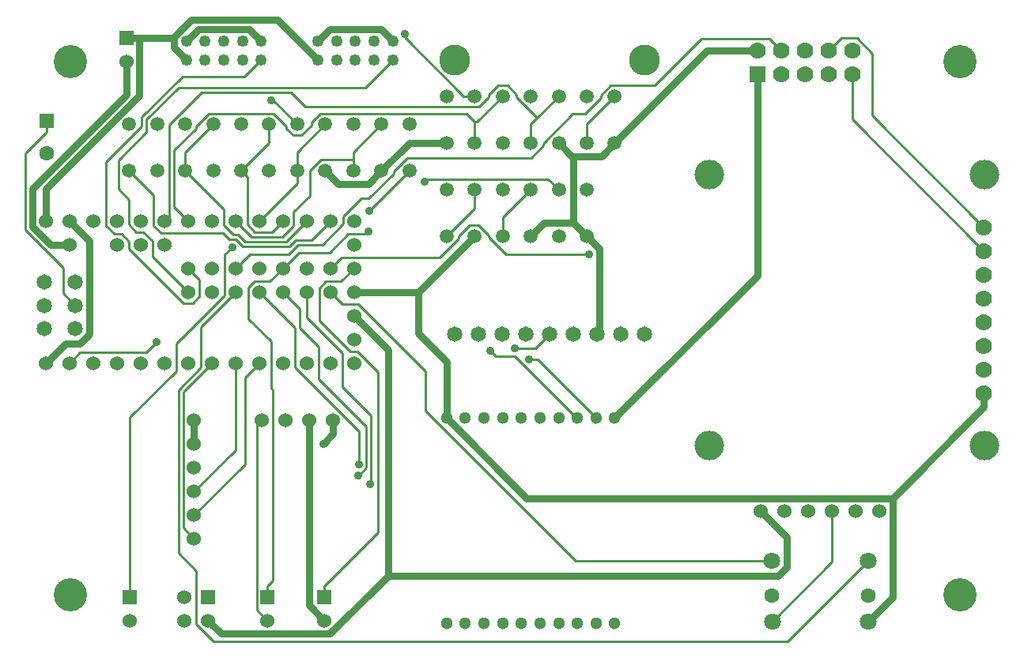
<source format=gbl>
G04 (created by PCBNEW (2013-jul-07)-stable) date Wed 25 Feb 2015 12:47:53 PM PST*
%MOIN*%
G04 Gerber Fmt 3.4, Leading zero omitted, Abs format*
%FSLAX34Y34*%
G01*
G70*
G90*
G04 APERTURE LIST*
%ADD10C,0.00590551*%
%ADD11C,0.0511811*%
%ADD12C,0.06*%
%ADD13R,0.06X0.06*%
%ADD14C,0.0629921*%
%ADD15C,0.0708661*%
%ADD16C,0.065*%
%ADD17C,0.13*%
%ADD18C,0.07*%
%ADD19C,0.125*%
%ADD20R,0.063X0.063*%
%ADD21C,0.063*%
%ADD22C,0.14*%
%ADD23R,0.07X0.07*%
%ADD24C,0.0492126*%
%ADD25C,0.0590551*%
%ADD26C,0.035*%
%ADD27C,0.03*%
%ADD28C,0.01*%
G04 APERTURE END LIST*
G54D10*
G54D11*
X35433Y-27559D03*
X34645Y-27559D03*
X33858Y-27559D03*
X33070Y-27559D03*
X32283Y-27559D03*
X31496Y-27559D03*
X30708Y-27559D03*
X29921Y-27559D03*
X29133Y-27559D03*
X28346Y-27559D03*
X28346Y-36220D03*
X29133Y-36220D03*
X29921Y-36220D03*
X30708Y-36220D03*
X31496Y-36220D03*
X32283Y-36220D03*
X33070Y-36220D03*
X33858Y-36220D03*
X34645Y-36220D03*
X35433Y-36220D03*
G54D12*
X41594Y-31496D03*
X42594Y-31496D03*
X43594Y-31496D03*
X44594Y-31496D03*
X45594Y-31496D03*
X46594Y-31496D03*
X20550Y-27650D03*
X21550Y-27650D03*
X22550Y-27650D03*
X23550Y-27650D03*
G54D13*
X18300Y-35100D03*
G54D12*
X18300Y-36100D03*
X17300Y-35100D03*
X17300Y-36100D03*
G54D13*
X23200Y-35100D03*
G54D12*
X23200Y-36100D03*
G54D13*
X14850Y-11500D03*
G54D12*
X14850Y-12500D03*
G54D13*
X20800Y-35100D03*
G54D12*
X20800Y-36100D03*
X17700Y-27650D03*
X17700Y-28650D03*
X17700Y-29650D03*
X17700Y-30650D03*
X17700Y-31650D03*
X17700Y-32650D03*
G54D14*
X42066Y-35039D03*
X46122Y-35039D03*
G54D15*
X42066Y-33582D03*
X42070Y-36141D03*
X46122Y-33582D03*
X46122Y-36141D03*
G54D16*
X12700Y-23780D03*
X12700Y-22800D03*
X12700Y-21820D03*
X11400Y-21820D03*
X11400Y-22800D03*
X11400Y-23780D03*
X28677Y-24015D03*
X29677Y-24015D03*
X30677Y-24015D03*
X31677Y-24015D03*
X32677Y-24015D03*
X33677Y-24015D03*
X34677Y-24015D03*
X35677Y-24015D03*
G54D17*
X28677Y-12455D03*
X36677Y-12455D03*
G54D16*
X36677Y-24015D03*
G54D18*
X51000Y-19500D03*
X51000Y-20500D03*
X51000Y-21500D03*
X51000Y-22500D03*
X51000Y-23500D03*
X51000Y-24500D03*
X51000Y-25500D03*
X51000Y-26500D03*
G54D19*
X51030Y-17290D03*
X51030Y-28710D03*
X39410Y-17290D03*
X39410Y-28710D03*
G54D20*
X11500Y-15011D03*
G54D21*
X11500Y-16389D03*
G54D22*
X50000Y-35000D03*
X50000Y-12500D03*
X12500Y-35000D03*
X12500Y-12500D03*
G54D13*
X15000Y-35100D03*
G54D12*
X15000Y-36100D03*
G54D23*
X41450Y-13050D03*
G54D18*
X41450Y-12050D03*
X42450Y-13050D03*
X42450Y-12050D03*
X43450Y-13050D03*
X43450Y-12050D03*
X44450Y-13050D03*
X44450Y-12050D03*
X45450Y-13050D03*
X45450Y-12050D03*
G54D12*
X11450Y-25250D03*
X12450Y-25250D03*
X13450Y-25250D03*
X14450Y-25250D03*
X15450Y-25250D03*
X16450Y-25250D03*
X17450Y-25250D03*
X18450Y-25250D03*
X19450Y-25250D03*
X20450Y-25250D03*
X21450Y-25250D03*
X22450Y-25250D03*
X23450Y-25250D03*
X24450Y-25250D03*
X24450Y-24250D03*
X24450Y-23250D03*
X24450Y-22250D03*
X24450Y-21250D03*
X24450Y-20250D03*
X24450Y-19250D03*
X23450Y-19250D03*
X22450Y-19250D03*
X21450Y-19250D03*
X20450Y-19250D03*
X19450Y-19250D03*
X18450Y-19250D03*
X17450Y-19250D03*
X16450Y-19250D03*
X15450Y-19250D03*
X14450Y-19250D03*
X13450Y-19250D03*
X12450Y-19250D03*
X11450Y-19250D03*
X17450Y-22250D03*
X18450Y-22250D03*
X19450Y-22250D03*
X20450Y-22250D03*
X21450Y-22250D03*
X22450Y-22250D03*
X23450Y-22250D03*
X23450Y-21250D03*
X22450Y-21250D03*
X21450Y-21250D03*
X20450Y-21250D03*
X19450Y-21250D03*
X18450Y-21250D03*
X17450Y-21250D03*
X16450Y-20250D03*
X15450Y-20250D03*
X14450Y-20250D03*
X12450Y-20250D03*
G54D24*
X17375Y-12443D03*
X17375Y-11656D03*
X18162Y-12443D03*
X18162Y-11656D03*
X18950Y-12443D03*
X18950Y-11656D03*
X19737Y-12443D03*
X19737Y-11656D03*
X20524Y-12443D03*
X20524Y-11656D03*
X22925Y-12443D03*
X22925Y-11656D03*
X23712Y-12443D03*
X23712Y-11656D03*
X24500Y-12443D03*
X24500Y-11656D03*
X25287Y-12443D03*
X25287Y-11656D03*
X26074Y-12443D03*
X26074Y-11656D03*
G54D25*
X16141Y-15157D03*
X16141Y-17125D03*
X17322Y-15157D03*
X17322Y-17125D03*
X18503Y-15157D03*
X18503Y-17125D03*
X19685Y-15157D03*
X19685Y-17125D03*
X20866Y-15157D03*
X20866Y-17125D03*
X22047Y-15157D03*
X22047Y-17125D03*
X23228Y-15157D03*
X23228Y-17125D03*
X24409Y-15157D03*
X24409Y-17125D03*
X25590Y-15157D03*
X25590Y-17125D03*
X26771Y-15157D03*
X26771Y-17125D03*
X28346Y-13976D03*
X28346Y-15944D03*
X14960Y-15157D03*
X14960Y-17125D03*
X30708Y-13976D03*
X30708Y-15944D03*
X31889Y-13976D03*
X31889Y-15944D03*
X33070Y-13976D03*
X33070Y-15944D03*
X34251Y-13976D03*
X34251Y-15944D03*
X35433Y-13976D03*
X35433Y-15944D03*
X28346Y-17913D03*
X28346Y-19881D03*
X29527Y-17913D03*
X29527Y-19881D03*
X30708Y-17913D03*
X30708Y-19881D03*
X31889Y-17913D03*
X31889Y-19881D03*
X33070Y-17913D03*
X33070Y-19881D03*
X34251Y-17913D03*
X34251Y-19881D03*
X29527Y-13976D03*
X29527Y-15944D03*
G54D26*
X23142Y-28636D03*
X19318Y-20338D03*
X20964Y-14140D03*
X25086Y-18811D03*
X27424Y-17597D03*
X25049Y-19695D03*
X16115Y-24364D03*
X31231Y-24621D03*
X25133Y-30336D03*
X24604Y-29977D03*
X24639Y-29526D03*
X34346Y-20664D03*
X26583Y-11354D03*
X30201Y-24724D03*
X31830Y-25090D03*
G54D27*
X41450Y-13050D02*
X41450Y-13650D01*
X41450Y-21542D02*
X41450Y-13650D01*
X35433Y-27559D02*
X41450Y-21542D01*
X23550Y-28229D02*
X23550Y-27650D01*
X23142Y-28636D02*
X23550Y-28229D01*
G54D28*
X20349Y-27850D02*
X20550Y-27650D01*
X20349Y-35649D02*
X20349Y-27850D01*
X20800Y-36100D02*
X20349Y-35649D01*
G54D27*
X25892Y-24692D02*
X24450Y-23250D01*
X25892Y-34203D02*
X25892Y-24692D01*
X23432Y-36662D02*
X25892Y-34203D01*
X18862Y-36662D02*
X23432Y-36662D01*
X18300Y-36100D02*
X18862Y-36662D01*
X42689Y-32590D02*
X41594Y-31496D01*
X42689Y-33839D02*
X42689Y-32590D01*
X42325Y-34203D02*
X42689Y-33839D01*
X25892Y-34203D02*
X42325Y-34203D01*
X14850Y-11500D02*
X15400Y-11500D01*
X16856Y-11500D02*
X15400Y-11500D01*
X16856Y-11924D02*
X16856Y-11500D01*
X17375Y-12443D02*
X16856Y-11924D01*
X21215Y-10734D02*
X22925Y-12443D01*
X17591Y-10734D02*
X21215Y-10734D01*
X16856Y-11469D02*
X17591Y-10734D01*
X16856Y-11500D02*
X16856Y-11469D01*
X15400Y-13946D02*
X15400Y-11500D01*
X11450Y-17896D02*
X15400Y-13946D01*
X11450Y-19250D02*
X11450Y-17896D01*
G54D28*
X15000Y-27523D02*
X15000Y-35100D01*
X16950Y-25573D02*
X15000Y-27523D01*
X16950Y-24420D02*
X16950Y-25573D01*
X18999Y-22370D02*
X16950Y-24420D01*
X18999Y-20657D02*
X18999Y-22370D01*
X19318Y-20338D02*
X18999Y-20657D01*
X17322Y-16338D02*
X17322Y-17125D01*
X18503Y-15157D02*
X17322Y-16338D01*
X18950Y-18753D02*
X17322Y-17125D01*
X18950Y-19408D02*
X18950Y-18753D01*
X19355Y-19813D02*
X18950Y-19408D01*
X19536Y-19813D02*
X19355Y-19813D01*
X19843Y-20121D02*
X19536Y-19813D01*
X21578Y-20121D02*
X19843Y-20121D01*
X22450Y-19250D02*
X21578Y-20121D01*
X21029Y-14140D02*
X20964Y-14140D01*
X22047Y-15157D02*
X21029Y-14140D01*
X22047Y-17652D02*
X20450Y-19250D01*
X22047Y-17125D02*
X22047Y-17652D01*
X22047Y-16338D02*
X22047Y-17125D01*
X23228Y-15157D02*
X22047Y-16338D01*
X26771Y-17125D02*
X25086Y-18811D01*
X33070Y-13976D02*
X32156Y-14890D01*
X31889Y-15157D02*
X31889Y-15944D01*
X32156Y-14890D02*
X31889Y-15157D01*
X31299Y-14033D02*
X32156Y-14890D01*
X31299Y-13905D02*
X31299Y-14033D01*
X30915Y-13521D02*
X31299Y-13905D01*
X30530Y-13521D02*
X30915Y-13521D01*
X30118Y-13933D02*
X30530Y-13521D01*
X30118Y-14022D02*
X30118Y-13933D01*
X29716Y-14424D02*
X30118Y-14022D01*
X22400Y-14424D02*
X29716Y-14424D01*
X21786Y-13810D02*
X22400Y-14424D01*
X18033Y-13810D02*
X21786Y-13810D01*
X16644Y-15199D02*
X18033Y-13810D01*
X16644Y-19055D02*
X16644Y-15199D01*
X16450Y-19250D02*
X16644Y-19055D01*
X29527Y-18700D02*
X29527Y-17913D01*
X28346Y-19881D02*
X29527Y-18700D01*
X27553Y-17467D02*
X27424Y-17597D01*
X32625Y-17467D02*
X27553Y-17467D01*
X33070Y-17913D02*
X32625Y-17467D01*
X20800Y-35100D02*
X20800Y-34649D01*
X20900Y-21799D02*
X21450Y-21250D01*
X20263Y-21799D02*
X20900Y-21799D01*
X19997Y-22066D02*
X20263Y-21799D01*
X19997Y-23380D02*
X19997Y-22066D01*
X20950Y-24333D02*
X19997Y-23380D01*
X20950Y-26299D02*
X20950Y-24333D01*
X21025Y-26374D02*
X20950Y-26299D01*
X21025Y-34424D02*
X21025Y-26374D01*
X20800Y-34649D02*
X21025Y-34424D01*
X24945Y-19799D02*
X25049Y-19695D01*
X24200Y-19799D02*
X24945Y-19799D01*
X23402Y-20597D02*
X24200Y-19799D01*
X22102Y-20597D02*
X23402Y-20597D01*
X21450Y-21250D02*
X22102Y-20597D01*
X20041Y-20658D02*
X19450Y-21250D01*
X21678Y-20658D02*
X20041Y-20658D01*
X22078Y-20258D02*
X21678Y-20658D01*
X23106Y-20258D02*
X22078Y-20258D01*
X23999Y-19365D02*
X23106Y-20258D01*
X23999Y-19038D02*
X23999Y-19365D01*
X24738Y-18299D02*
X23999Y-19038D01*
X25058Y-18299D02*
X24738Y-18299D01*
X26110Y-17247D02*
X25058Y-18299D01*
X26110Y-17139D02*
X26110Y-17247D01*
X26680Y-16568D02*
X26110Y-17139D01*
X31907Y-16568D02*
X26680Y-16568D01*
X32409Y-16066D02*
X31907Y-16568D01*
X32409Y-15967D02*
X32409Y-16066D01*
X33661Y-14715D02*
X32409Y-15967D01*
X34170Y-14715D02*
X33661Y-14715D01*
X34842Y-14043D02*
X34170Y-14715D01*
X34842Y-13937D02*
X34842Y-14043D01*
X35263Y-13515D02*
X34842Y-13937D01*
X37109Y-13515D02*
X35263Y-13515D01*
X39076Y-11548D02*
X37109Y-13515D01*
X41948Y-11548D02*
X39076Y-11548D01*
X42450Y-12050D02*
X41948Y-11548D01*
X15680Y-24799D02*
X16115Y-24364D01*
X12900Y-24799D02*
X15680Y-24799D01*
X12450Y-25250D02*
X12900Y-24799D01*
X32071Y-24621D02*
X32677Y-24015D01*
X31231Y-24621D02*
X32071Y-24621D01*
X33792Y-33582D02*
X42066Y-33582D01*
X27461Y-27252D02*
X33792Y-33582D01*
X27461Y-25587D02*
X27461Y-27252D01*
X24624Y-22750D02*
X27461Y-25587D01*
X23950Y-22750D02*
X24624Y-22750D01*
X23450Y-22250D02*
X23950Y-22750D01*
X25164Y-30305D02*
X25133Y-30336D01*
X25164Y-27459D02*
X25164Y-30305D01*
X23950Y-26245D02*
X25164Y-27459D01*
X23950Y-24803D02*
X23950Y-26245D01*
X22450Y-23303D02*
X23950Y-24803D01*
X22450Y-22250D02*
X22450Y-23303D01*
X24604Y-29977D02*
X24604Y-29977D01*
X24650Y-29977D02*
X24604Y-29977D01*
X24964Y-29663D02*
X24650Y-29977D01*
X24964Y-27922D02*
X24964Y-29663D01*
X22950Y-25908D02*
X24964Y-27922D01*
X22950Y-24539D02*
X22950Y-25908D01*
X22150Y-23739D02*
X22950Y-24539D01*
X22150Y-22950D02*
X22150Y-23739D01*
X21450Y-22250D02*
X22150Y-22950D01*
X44594Y-33618D02*
X42070Y-36141D01*
X44594Y-31496D02*
X44594Y-33618D01*
X42732Y-36972D02*
X46122Y-33582D01*
X18532Y-36972D02*
X42732Y-36972D01*
X17800Y-36239D02*
X18532Y-36972D01*
X17800Y-34027D02*
X17800Y-36239D01*
X17037Y-33265D02*
X17800Y-34027D01*
X17037Y-26379D02*
X17037Y-33265D01*
X17999Y-25417D02*
X17037Y-26379D01*
X17999Y-23700D02*
X17999Y-25417D01*
X19450Y-22250D02*
X17999Y-23700D01*
X24639Y-28102D02*
X24639Y-29526D01*
X21950Y-25413D02*
X24639Y-28102D01*
X21950Y-23750D02*
X21950Y-25413D01*
X20450Y-22250D02*
X21950Y-23750D01*
X17243Y-26456D02*
X18450Y-25250D01*
X17243Y-32193D02*
X17243Y-26456D01*
X17700Y-32650D02*
X17243Y-32193D01*
X19847Y-25852D02*
X20450Y-25250D01*
X19847Y-29502D02*
X19847Y-25852D01*
X17700Y-31650D02*
X19847Y-29502D01*
X19450Y-28900D02*
X17700Y-30650D01*
X19450Y-25250D02*
X19450Y-28900D01*
X44976Y-11523D02*
X44450Y-12050D01*
X45639Y-11523D02*
X44976Y-11523D01*
X46295Y-12179D02*
X45639Y-11523D01*
X46295Y-14795D02*
X46295Y-12179D01*
X51000Y-19500D02*
X46295Y-14795D01*
X25463Y-32385D02*
X23200Y-34649D01*
X25463Y-25616D02*
X25463Y-32385D01*
X24597Y-24750D02*
X25463Y-25616D01*
X24294Y-24750D02*
X24597Y-24750D01*
X22989Y-23444D02*
X24294Y-24750D01*
X22989Y-22074D02*
X22989Y-23444D01*
X23263Y-21799D02*
X22989Y-22074D01*
X23900Y-21799D02*
X23263Y-21799D01*
X24450Y-21250D02*
X23900Y-21799D01*
X23200Y-35100D02*
X23200Y-34649D01*
X45450Y-14950D02*
X51000Y-20500D01*
X45450Y-13050D02*
X45450Y-14950D01*
X30849Y-20664D02*
X34346Y-20664D01*
X30118Y-19932D02*
X30849Y-20664D01*
X30118Y-19841D02*
X30118Y-19932D01*
X29700Y-19423D02*
X30118Y-19841D01*
X29328Y-19423D02*
X29700Y-19423D01*
X28866Y-19886D02*
X29328Y-19423D01*
X28866Y-19992D02*
X28866Y-19886D01*
X28060Y-20797D02*
X28866Y-19992D01*
X23902Y-20797D02*
X28060Y-20797D01*
X23450Y-21250D02*
X23902Y-20797D01*
X17910Y-21710D02*
X17450Y-21250D01*
X17910Y-22431D02*
X17910Y-21710D01*
X17636Y-22706D02*
X17910Y-22431D01*
X17245Y-22706D02*
X17636Y-22706D01*
X14950Y-20410D02*
X17245Y-22706D01*
X14950Y-20113D02*
X14950Y-20410D01*
X14636Y-19799D02*
X14950Y-20113D01*
X14363Y-19799D02*
X14636Y-19799D01*
X13999Y-19436D02*
X14363Y-19799D01*
X13999Y-16748D02*
X13999Y-19436D01*
X15496Y-15251D02*
X13999Y-16748D01*
X15496Y-14865D02*
X15496Y-15251D01*
X17210Y-13151D02*
X15496Y-14865D01*
X19817Y-13151D02*
X17210Y-13151D01*
X20524Y-12443D02*
X19817Y-13151D01*
X24914Y-13604D02*
X26074Y-12443D01*
X24914Y-13604D02*
X24914Y-13604D01*
X17043Y-13604D02*
X24914Y-13604D01*
X15696Y-14950D02*
X17043Y-13604D01*
X15696Y-15498D02*
X15696Y-14950D01*
X14503Y-16691D02*
X15696Y-15498D01*
X14503Y-17889D02*
X14503Y-16691D01*
X14950Y-18335D02*
X14503Y-17889D01*
X14950Y-19397D02*
X14950Y-18335D01*
X15252Y-19700D02*
X14950Y-19397D01*
X15561Y-19700D02*
X15252Y-19700D01*
X15950Y-20088D02*
X15561Y-19700D01*
X15950Y-20750D02*
X15950Y-20088D01*
X17450Y-22250D02*
X15950Y-20750D01*
G54D27*
X14850Y-13930D02*
X14850Y-12500D01*
X10896Y-17884D02*
X14850Y-13930D01*
X10896Y-19486D02*
X10896Y-17884D01*
X11659Y-20250D02*
X10896Y-19486D01*
X12450Y-20250D02*
X11659Y-20250D01*
G54D28*
X15999Y-18165D02*
X14960Y-17125D01*
X15999Y-19436D02*
X15999Y-18165D01*
X16324Y-19761D02*
X15999Y-19436D01*
X18924Y-19761D02*
X16324Y-19761D01*
X19176Y-20013D02*
X18924Y-19761D01*
X19453Y-20013D02*
X19176Y-20013D01*
X19764Y-20325D02*
X19453Y-20013D01*
X21728Y-20325D02*
X19764Y-20325D01*
X21995Y-20057D02*
X21728Y-20325D01*
X22642Y-20057D02*
X21995Y-20057D01*
X23450Y-19250D02*
X22642Y-20057D01*
X20866Y-15944D02*
X19685Y-17125D01*
X20866Y-15157D02*
X20866Y-15944D01*
X20993Y-19706D02*
X21450Y-19250D01*
X20265Y-19706D02*
X20993Y-19706D01*
X19950Y-19390D02*
X20265Y-19706D01*
X19950Y-17390D02*
X19950Y-19390D01*
X19685Y-17125D02*
X19950Y-17390D01*
X20106Y-19906D02*
X19450Y-19250D01*
X21430Y-19906D02*
X20106Y-19906D01*
X21900Y-19436D02*
X21430Y-19906D01*
X21900Y-18861D02*
X21900Y-19436D01*
X22573Y-18188D02*
X21900Y-18861D01*
X22573Y-17130D02*
X22573Y-18188D01*
X23038Y-16665D02*
X22573Y-17130D01*
X24409Y-16665D02*
X23038Y-16665D01*
X24409Y-16338D02*
X24409Y-16665D01*
X25590Y-15157D02*
X24409Y-16338D01*
X24409Y-16665D02*
X24409Y-17125D01*
X26583Y-11493D02*
X26583Y-11354D01*
X29066Y-13976D02*
X26583Y-11493D01*
X29527Y-13976D02*
X29066Y-13976D01*
X29527Y-15053D02*
X29527Y-15944D01*
X29632Y-15053D02*
X29527Y-15053D01*
X30708Y-13976D02*
X29632Y-15053D01*
X16856Y-18656D02*
X17450Y-19250D01*
X16856Y-16262D02*
X16856Y-18656D01*
X17775Y-15343D02*
X16856Y-16262D01*
X17775Y-15245D02*
X17775Y-15343D01*
X18315Y-14705D02*
X17775Y-15245D01*
X21047Y-14705D02*
X18315Y-14705D01*
X21601Y-15259D02*
X21047Y-14705D01*
X21601Y-15353D02*
X21601Y-15259D01*
X21879Y-15631D02*
X21601Y-15353D01*
X22221Y-15631D02*
X21879Y-15631D01*
X22637Y-15214D02*
X22221Y-15631D01*
X22637Y-15092D02*
X22637Y-15214D01*
X23018Y-14712D02*
X22637Y-15092D01*
X29186Y-14712D02*
X23018Y-14712D01*
X29527Y-15053D02*
X29186Y-14712D01*
X34251Y-15157D02*
X34251Y-15944D01*
X35433Y-13976D02*
X34251Y-15157D01*
X30708Y-19094D02*
X30708Y-19881D01*
X31889Y-17913D02*
X30708Y-19094D01*
X33818Y-27559D02*
X33858Y-27559D01*
X31205Y-24946D02*
X33818Y-27559D01*
X30422Y-24946D02*
X31205Y-24946D01*
X30201Y-24724D02*
X30422Y-24946D01*
X32177Y-25090D02*
X31830Y-25090D01*
X34645Y-27559D02*
X32177Y-25090D01*
G54D27*
X17700Y-28650D02*
X17700Y-27650D01*
X23777Y-17675D02*
X23228Y-17125D01*
X25041Y-17675D02*
X23777Y-17675D01*
X25590Y-17125D02*
X25041Y-17675D01*
X29527Y-19881D02*
X27159Y-22250D01*
X27159Y-22250D02*
X24450Y-22250D01*
X28346Y-25180D02*
X28346Y-27559D01*
X27159Y-23993D02*
X28346Y-25180D01*
X27159Y-22250D02*
X27159Y-23993D01*
X47149Y-35114D02*
X46122Y-36141D01*
X47149Y-30939D02*
X47149Y-35114D01*
X31726Y-30939D02*
X47149Y-30939D01*
X28346Y-27559D02*
X31726Y-30939D01*
X51000Y-27089D02*
X51000Y-26500D01*
X47149Y-30939D02*
X51000Y-27089D01*
X17874Y-11156D02*
X17375Y-11656D01*
X20025Y-11156D02*
X17874Y-11156D01*
X20524Y-11656D02*
X20025Y-11156D01*
X23424Y-11156D02*
X22925Y-11656D01*
X25575Y-11156D02*
X23424Y-11156D01*
X26074Y-11656D02*
X25575Y-11156D01*
X33630Y-16504D02*
X33690Y-16504D01*
X33070Y-15944D02*
X33630Y-16504D01*
X32451Y-19320D02*
X31889Y-19881D01*
X33690Y-19320D02*
X32451Y-19320D01*
X34251Y-19881D02*
X33690Y-19320D01*
X33690Y-19320D02*
X33690Y-16504D01*
X12282Y-24417D02*
X11450Y-25250D01*
X12877Y-24417D02*
X12282Y-24417D01*
X13279Y-24014D02*
X12877Y-24417D01*
X13279Y-20079D02*
X13279Y-24014D01*
X12450Y-19250D02*
X13279Y-20079D01*
X22550Y-35450D02*
X22550Y-27650D01*
X23200Y-36100D02*
X22550Y-35450D01*
X26771Y-15944D02*
X25590Y-17125D01*
X28346Y-15944D02*
X26771Y-15944D01*
X34771Y-20401D02*
X34251Y-19881D01*
X34771Y-23920D02*
X34771Y-20401D01*
X34677Y-24015D02*
X34771Y-23920D01*
X34873Y-16504D02*
X35433Y-15944D01*
X33690Y-16504D02*
X34873Y-16504D01*
X39327Y-12050D02*
X41450Y-12050D01*
X35433Y-15944D02*
X39327Y-12050D01*
G54D28*
X12195Y-22295D02*
X12700Y-22800D01*
X12195Y-21222D02*
X12195Y-22295D01*
X10596Y-19623D02*
X12195Y-21222D01*
X10596Y-16379D02*
X10596Y-19623D01*
X11500Y-15476D02*
X10596Y-16379D01*
X11500Y-15010D02*
X11500Y-15476D01*
M02*

</source>
